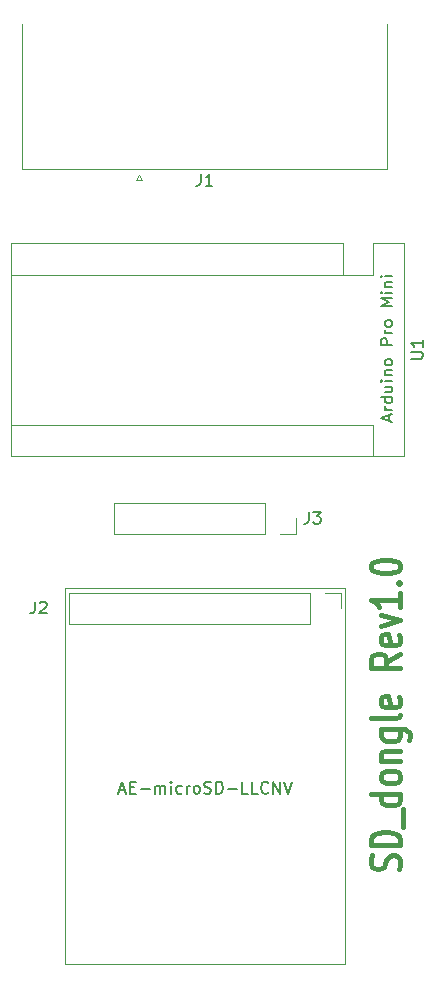
<source format=gto>
G04 #@! TF.GenerationSoftware,KiCad,Pcbnew,(5.1.9)-1*
G04 #@! TF.CreationDate,2024-11-21T13:27:50+09:00*
G04 #@! TF.ProjectId,SD_dongle,53445f64-6f6e-4676-9c65-2e6b69636164,rev?*
G04 #@! TF.SameCoordinates,PX1997c20PYbac5f70*
G04 #@! TF.FileFunction,Legend,Top*
G04 #@! TF.FilePolarity,Positive*
%FSLAX46Y46*%
G04 Gerber Fmt 4.6, Leading zero omitted, Abs format (unit mm)*
G04 Created by KiCad (PCBNEW (5.1.9)-1) date 2024-11-21 13:27:50*
%MOMM*%
%LPD*%
G01*
G04 APERTURE LIST*
%ADD10C,0.400000*%
%ADD11C,0.150000*%
%ADD12C,0.120000*%
G04 APERTURE END LIST*
D10*
X35011904Y8404762D02*
X35130952Y8690477D01*
X35130952Y9166667D01*
X35011904Y9357143D01*
X34892857Y9452381D01*
X34654761Y9547620D01*
X34416666Y9547620D01*
X34178571Y9452381D01*
X34059523Y9357143D01*
X33940476Y9166667D01*
X33821428Y8785715D01*
X33702380Y8595239D01*
X33583333Y8500000D01*
X33345238Y8404762D01*
X33107142Y8404762D01*
X32869047Y8500000D01*
X32750000Y8595239D01*
X32630952Y8785715D01*
X32630952Y9261905D01*
X32750000Y9547620D01*
X35130952Y10404762D02*
X32630952Y10404762D01*
X32630952Y10880953D01*
X32750000Y11166667D01*
X32988095Y11357143D01*
X33226190Y11452381D01*
X33702380Y11547620D01*
X34059523Y11547620D01*
X34535714Y11452381D01*
X34773809Y11357143D01*
X35011904Y11166667D01*
X35130952Y10880953D01*
X35130952Y10404762D01*
X35369047Y11928572D02*
X35369047Y13452381D01*
X35130952Y14785715D02*
X32630952Y14785715D01*
X35011904Y14785715D02*
X35130952Y14595239D01*
X35130952Y14214286D01*
X35011904Y14023810D01*
X34892857Y13928572D01*
X34654761Y13833334D01*
X33940476Y13833334D01*
X33702380Y13928572D01*
X33583333Y14023810D01*
X33464285Y14214286D01*
X33464285Y14595239D01*
X33583333Y14785715D01*
X35130952Y16023810D02*
X35011904Y15833334D01*
X34892857Y15738096D01*
X34654761Y15642858D01*
X33940476Y15642858D01*
X33702380Y15738096D01*
X33583333Y15833334D01*
X33464285Y16023810D01*
X33464285Y16309524D01*
X33583333Y16500000D01*
X33702380Y16595239D01*
X33940476Y16690477D01*
X34654761Y16690477D01*
X34892857Y16595239D01*
X35011904Y16500000D01*
X35130952Y16309524D01*
X35130952Y16023810D01*
X33464285Y17547620D02*
X35130952Y17547620D01*
X33702380Y17547620D02*
X33583333Y17642858D01*
X33464285Y17833334D01*
X33464285Y18119048D01*
X33583333Y18309524D01*
X33821428Y18404762D01*
X35130952Y18404762D01*
X33464285Y20214286D02*
X35488095Y20214286D01*
X35726190Y20119048D01*
X35845238Y20023810D01*
X35964285Y19833334D01*
X35964285Y19547620D01*
X35845238Y19357143D01*
X35011904Y20214286D02*
X35130952Y20023810D01*
X35130952Y19642858D01*
X35011904Y19452381D01*
X34892857Y19357143D01*
X34654761Y19261905D01*
X33940476Y19261905D01*
X33702380Y19357143D01*
X33583333Y19452381D01*
X33464285Y19642858D01*
X33464285Y20023810D01*
X33583333Y20214286D01*
X35130952Y21452381D02*
X35011904Y21261905D01*
X34773809Y21166667D01*
X32630952Y21166667D01*
X35011904Y22976191D02*
X35130952Y22785715D01*
X35130952Y22404762D01*
X35011904Y22214286D01*
X34773809Y22119048D01*
X33821428Y22119048D01*
X33583333Y22214286D01*
X33464285Y22404762D01*
X33464285Y22785715D01*
X33583333Y22976191D01*
X33821428Y23071429D01*
X34059523Y23071429D01*
X34297619Y22119048D01*
X35130952Y26595239D02*
X33940476Y25928572D01*
X35130952Y25452381D02*
X32630952Y25452381D01*
X32630952Y26214286D01*
X32750000Y26404762D01*
X32869047Y26500000D01*
X33107142Y26595239D01*
X33464285Y26595239D01*
X33702380Y26500000D01*
X33821428Y26404762D01*
X33940476Y26214286D01*
X33940476Y25452381D01*
X35011904Y28214286D02*
X35130952Y28023810D01*
X35130952Y27642858D01*
X35011904Y27452381D01*
X34773809Y27357143D01*
X33821428Y27357143D01*
X33583333Y27452381D01*
X33464285Y27642858D01*
X33464285Y28023810D01*
X33583333Y28214286D01*
X33821428Y28309524D01*
X34059523Y28309524D01*
X34297619Y27357143D01*
X33464285Y28976191D02*
X35130952Y29452381D01*
X33464285Y29928572D01*
X35130952Y31738096D02*
X35130952Y30595239D01*
X35130952Y31166667D02*
X32630952Y31166667D01*
X32988095Y30976191D01*
X33226190Y30785715D01*
X33345238Y30595239D01*
X34892857Y32595239D02*
X35011904Y32690477D01*
X35130952Y32595239D01*
X35011904Y32500000D01*
X34892857Y32595239D01*
X35130952Y32595239D01*
X32630952Y33928572D02*
X32630952Y34119048D01*
X32750000Y34309524D01*
X32869047Y34404762D01*
X33107142Y34500000D01*
X33583333Y34595239D01*
X34178571Y34595239D01*
X34654761Y34500000D01*
X34892857Y34404762D01*
X35011904Y34309524D01*
X35130952Y34119048D01*
X35130952Y33928572D01*
X35011904Y33738096D01*
X34892857Y33642858D01*
X34654761Y33547620D01*
X34178571Y33452381D01*
X33583333Y33452381D01*
X33107142Y33547620D01*
X32869047Y33642858D01*
X32750000Y33738096D01*
X32630952Y33928572D01*
D11*
X34166666Y46380953D02*
X34166666Y46857143D01*
X34452380Y46285715D02*
X33452380Y46619048D01*
X34452380Y46952381D01*
X34452380Y47285715D02*
X33785714Y47285715D01*
X33976190Y47285715D02*
X33880952Y47333334D01*
X33833333Y47380953D01*
X33785714Y47476191D01*
X33785714Y47571429D01*
X34452380Y48333334D02*
X33452380Y48333334D01*
X34404761Y48333334D02*
X34452380Y48238096D01*
X34452380Y48047620D01*
X34404761Y47952381D01*
X34357142Y47904762D01*
X34261904Y47857143D01*
X33976190Y47857143D01*
X33880952Y47904762D01*
X33833333Y47952381D01*
X33785714Y48047620D01*
X33785714Y48238096D01*
X33833333Y48333334D01*
X33785714Y49238096D02*
X34452380Y49238096D01*
X33785714Y48809524D02*
X34309523Y48809524D01*
X34404761Y48857143D01*
X34452380Y48952381D01*
X34452380Y49095239D01*
X34404761Y49190477D01*
X34357142Y49238096D01*
X34452380Y49714286D02*
X33785714Y49714286D01*
X33452380Y49714286D02*
X33500000Y49666667D01*
X33547619Y49714286D01*
X33500000Y49761905D01*
X33452380Y49714286D01*
X33547619Y49714286D01*
X33785714Y50190477D02*
X34452380Y50190477D01*
X33880952Y50190477D02*
X33833333Y50238096D01*
X33785714Y50333334D01*
X33785714Y50476191D01*
X33833333Y50571429D01*
X33928571Y50619048D01*
X34452380Y50619048D01*
X34452380Y51238096D02*
X34404761Y51142858D01*
X34357142Y51095239D01*
X34261904Y51047620D01*
X33976190Y51047620D01*
X33880952Y51095239D01*
X33833333Y51142858D01*
X33785714Y51238096D01*
X33785714Y51380953D01*
X33833333Y51476191D01*
X33880952Y51523810D01*
X33976190Y51571429D01*
X34261904Y51571429D01*
X34357142Y51523810D01*
X34404761Y51476191D01*
X34452380Y51380953D01*
X34452380Y51238096D01*
X34452380Y52761905D02*
X33452380Y52761905D01*
X33452380Y53142858D01*
X33500000Y53238096D01*
X33547619Y53285715D01*
X33642857Y53333334D01*
X33785714Y53333334D01*
X33880952Y53285715D01*
X33928571Y53238096D01*
X33976190Y53142858D01*
X33976190Y52761905D01*
X34452380Y53761905D02*
X33785714Y53761905D01*
X33976190Y53761905D02*
X33880952Y53809524D01*
X33833333Y53857143D01*
X33785714Y53952381D01*
X33785714Y54047620D01*
X34452380Y54523810D02*
X34404761Y54428572D01*
X34357142Y54380953D01*
X34261904Y54333334D01*
X33976190Y54333334D01*
X33880952Y54380953D01*
X33833333Y54428572D01*
X33785714Y54523810D01*
X33785714Y54666667D01*
X33833333Y54761905D01*
X33880952Y54809524D01*
X33976190Y54857143D01*
X34261904Y54857143D01*
X34357142Y54809524D01*
X34404761Y54761905D01*
X34452380Y54666667D01*
X34452380Y54523810D01*
X34452380Y56047620D02*
X33452380Y56047620D01*
X34166666Y56380953D01*
X33452380Y56714286D01*
X34452380Y56714286D01*
X34452380Y57190477D02*
X33785714Y57190477D01*
X33452380Y57190477D02*
X33500000Y57142858D01*
X33547619Y57190477D01*
X33500000Y57238096D01*
X33452380Y57190477D01*
X33547619Y57190477D01*
X33785714Y57666667D02*
X34452380Y57666667D01*
X33880952Y57666667D02*
X33833333Y57714286D01*
X33785714Y57809524D01*
X33785714Y57952381D01*
X33833333Y58047620D01*
X33928571Y58095239D01*
X34452380Y58095239D01*
X34452380Y58571429D02*
X33785714Y58571429D01*
X33452380Y58571429D02*
X33500000Y58523810D01*
X33547619Y58571429D01*
X33500000Y58619048D01*
X33452380Y58571429D01*
X33547619Y58571429D01*
D12*
X30430000Y32180000D02*
X6730000Y32180000D01*
X30430000Y380000D02*
X30430000Y32180000D01*
X6730000Y380000D02*
X30430000Y380000D01*
X6730000Y32180000D02*
X6730000Y380000D01*
X30080000Y31810000D02*
X30080000Y30480000D01*
X28750000Y31810000D02*
X30080000Y31810000D01*
X27480000Y31810000D02*
X27480000Y29150000D01*
X27480000Y29150000D02*
X7100000Y29150000D01*
X27480000Y31810000D02*
X7100000Y31810000D01*
X7100000Y31810000D02*
X7100000Y29150000D01*
X26270000Y38100000D02*
X26270000Y36770000D01*
X26270000Y36770000D02*
X24940000Y36770000D01*
X23670000Y36770000D02*
X10910000Y36770000D01*
X10910000Y39430000D02*
X10910000Y36770000D01*
X23670000Y39430000D02*
X10910000Y39430000D01*
X23670000Y39430000D02*
X23670000Y36770000D01*
X35437000Y43363000D02*
X35437000Y61397000D01*
X2163000Y43363000D02*
X35437000Y43363000D01*
X30230000Y58730000D02*
X2163000Y58730000D01*
X30230000Y58730000D02*
X30230000Y61397000D01*
X2163000Y61397000D02*
X2163000Y43360000D01*
X32770000Y46030000D02*
X2163000Y46030000D01*
X32770000Y46030000D02*
X32770000Y43360000D01*
X35437000Y61397000D02*
X32770000Y61397000D01*
X30230000Y61397000D02*
X2163000Y61397000D01*
X32770000Y58730000D02*
X32770000Y61397000D01*
X30230000Y58730000D02*
X32770000Y58730000D01*
X13000000Y67178675D02*
X13250000Y66745662D01*
X12750000Y66745662D02*
X13000000Y67178675D01*
X13250000Y66745662D02*
X12750000Y66745662D01*
X3055000Y67640000D02*
X3055000Y79980000D01*
X34025000Y67640000D02*
X3055000Y67640000D01*
X34025000Y79980000D02*
X34025000Y67640000D01*
D11*
X4166666Y31047620D02*
X4166666Y30333334D01*
X4119047Y30190477D01*
X4023809Y30095239D01*
X3880952Y30047620D01*
X3785714Y30047620D01*
X4595238Y30952381D02*
X4642857Y31000000D01*
X4738095Y31047620D01*
X4976190Y31047620D01*
X5071428Y31000000D01*
X5119047Y30952381D01*
X5166666Y30857143D01*
X5166666Y30761905D01*
X5119047Y30619048D01*
X4547619Y30047620D01*
X5166666Y30047620D01*
X11328095Y15073334D02*
X11804285Y15073334D01*
X11232857Y14787620D02*
X11566190Y15787620D01*
X11899523Y14787620D01*
X12232857Y15311429D02*
X12566190Y15311429D01*
X12709047Y14787620D02*
X12232857Y14787620D01*
X12232857Y15787620D01*
X12709047Y15787620D01*
X13137619Y15168572D02*
X13899523Y15168572D01*
X14375714Y14787620D02*
X14375714Y15454286D01*
X14375714Y15359048D02*
X14423333Y15406667D01*
X14518571Y15454286D01*
X14661428Y15454286D01*
X14756666Y15406667D01*
X14804285Y15311429D01*
X14804285Y14787620D01*
X14804285Y15311429D02*
X14851904Y15406667D01*
X14947142Y15454286D01*
X15090000Y15454286D01*
X15185238Y15406667D01*
X15232857Y15311429D01*
X15232857Y14787620D01*
X15709047Y14787620D02*
X15709047Y15454286D01*
X15709047Y15787620D02*
X15661428Y15740000D01*
X15709047Y15692381D01*
X15756666Y15740000D01*
X15709047Y15787620D01*
X15709047Y15692381D01*
X16613809Y14835239D02*
X16518571Y14787620D01*
X16328095Y14787620D01*
X16232857Y14835239D01*
X16185238Y14882858D01*
X16137619Y14978096D01*
X16137619Y15263810D01*
X16185238Y15359048D01*
X16232857Y15406667D01*
X16328095Y15454286D01*
X16518571Y15454286D01*
X16613809Y15406667D01*
X17042380Y14787620D02*
X17042380Y15454286D01*
X17042380Y15263810D02*
X17090000Y15359048D01*
X17137619Y15406667D01*
X17232857Y15454286D01*
X17328095Y15454286D01*
X17804285Y14787620D02*
X17709047Y14835239D01*
X17661428Y14882858D01*
X17613809Y14978096D01*
X17613809Y15263810D01*
X17661428Y15359048D01*
X17709047Y15406667D01*
X17804285Y15454286D01*
X17947142Y15454286D01*
X18042380Y15406667D01*
X18090000Y15359048D01*
X18137619Y15263810D01*
X18137619Y14978096D01*
X18090000Y14882858D01*
X18042380Y14835239D01*
X17947142Y14787620D01*
X17804285Y14787620D01*
X18518571Y14835239D02*
X18661428Y14787620D01*
X18899523Y14787620D01*
X18994761Y14835239D01*
X19042380Y14882858D01*
X19090000Y14978096D01*
X19090000Y15073334D01*
X19042380Y15168572D01*
X18994761Y15216191D01*
X18899523Y15263810D01*
X18709047Y15311429D01*
X18613809Y15359048D01*
X18566190Y15406667D01*
X18518571Y15501905D01*
X18518571Y15597143D01*
X18566190Y15692381D01*
X18613809Y15740000D01*
X18709047Y15787620D01*
X18947142Y15787620D01*
X19090000Y15740000D01*
X19518571Y14787620D02*
X19518571Y15787620D01*
X19756666Y15787620D01*
X19899523Y15740000D01*
X19994761Y15644762D01*
X20042380Y15549524D01*
X20090000Y15359048D01*
X20090000Y15216191D01*
X20042380Y15025715D01*
X19994761Y14930477D01*
X19899523Y14835239D01*
X19756666Y14787620D01*
X19518571Y14787620D01*
X20518571Y15168572D02*
X21280476Y15168572D01*
X22232857Y14787620D02*
X21756666Y14787620D01*
X21756666Y15787620D01*
X23042380Y14787620D02*
X22566190Y14787620D01*
X22566190Y15787620D01*
X23947142Y14882858D02*
X23899523Y14835239D01*
X23756666Y14787620D01*
X23661428Y14787620D01*
X23518571Y14835239D01*
X23423333Y14930477D01*
X23375714Y15025715D01*
X23328095Y15216191D01*
X23328095Y15359048D01*
X23375714Y15549524D01*
X23423333Y15644762D01*
X23518571Y15740000D01*
X23661428Y15787620D01*
X23756666Y15787620D01*
X23899523Y15740000D01*
X23947142Y15692381D01*
X24375714Y14787620D02*
X24375714Y15787620D01*
X24947142Y14787620D01*
X24947142Y15787620D01*
X25280476Y15787620D02*
X25613809Y14787620D01*
X25947142Y15787620D01*
X27376666Y38647620D02*
X27376666Y37933334D01*
X27329047Y37790477D01*
X27233809Y37695239D01*
X27090952Y37647620D01*
X26995714Y37647620D01*
X27757619Y38647620D02*
X28376666Y38647620D01*
X28043333Y38266667D01*
X28186190Y38266667D01*
X28281428Y38219048D01*
X28329047Y38171429D01*
X28376666Y38076191D01*
X28376666Y37838096D01*
X28329047Y37742858D01*
X28281428Y37695239D01*
X28186190Y37647620D01*
X27900476Y37647620D01*
X27805238Y37695239D01*
X27757619Y37742858D01*
X36032380Y51618096D02*
X36841904Y51618096D01*
X36937142Y51665715D01*
X36984761Y51713334D01*
X37032380Y51808572D01*
X37032380Y51999048D01*
X36984761Y52094286D01*
X36937142Y52141905D01*
X36841904Y52189524D01*
X36032380Y52189524D01*
X37032380Y53189524D02*
X37032380Y52618096D01*
X37032380Y52903810D02*
X36032380Y52903810D01*
X36175238Y52808572D01*
X36270476Y52713334D01*
X36318095Y52618096D01*
X18206666Y67247620D02*
X18206666Y66533334D01*
X18159047Y66390477D01*
X18063809Y66295239D01*
X17920952Y66247620D01*
X17825714Y66247620D01*
X19206666Y66247620D02*
X18635238Y66247620D01*
X18920952Y66247620D02*
X18920952Y67247620D01*
X18825714Y67104762D01*
X18730476Y67009524D01*
X18635238Y66961905D01*
M02*

</source>
